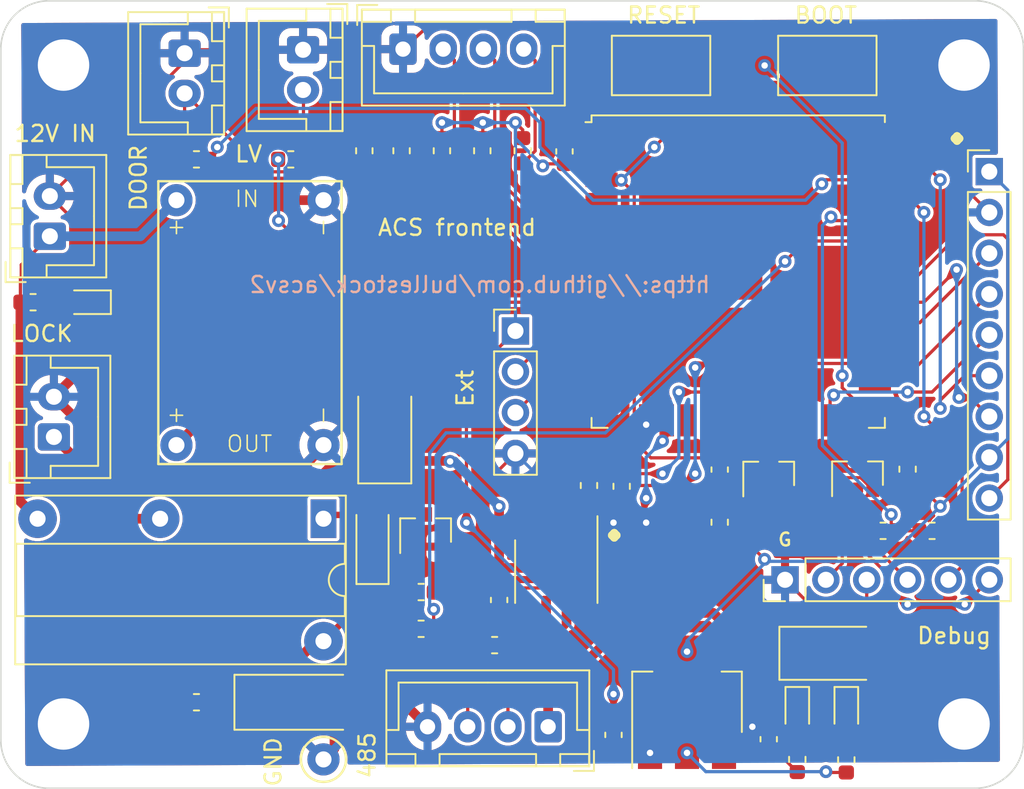
<source format=kicad_pcb>
(kicad_pcb (version 20231212) (generator "pcbnew") (generator_version "7.99")
  (title_block (comment 4 "AISLER Project ID: VGQPMGNT"))
  (layers (0 "F.Cu" signal) (31 "B.Cu" signal) (34 "B.Paste" user) (35 "F.Paste" user) (36 "B.SilkS" user "B.Silkscreen") (37 "F.SilkS" user "F.Silkscreen") (38 "B.Mask" user) (39 "F.Mask" user) (44 "Edge.Cuts" user))
  (net 0 "")
  (net 1 "+5V")
  (net 2 "GND")
  (net 3 "BOOT")
  (net 4 "+3V3")
  (net 5 "RESET")
  (net 6 "Net-(D1-A)")
  (net 7 "Ext2")
  (net 8 "Ext1")
  (net 9 "Net-(J4-Pin_4)")
  (net 10 "Display_CS")
  (net 11 "Display_Reset")
  (net 12 "Net-(D2-K)")
  (net 13 "Net-(D2-A)")
  (net 14 "Display_SCK")
  (net 15 "Display_SDO")
  (net 16 "RTS")
  (net 17 "Net-(D3-A)")
  (net 18 "DTR")
  (net 19 "Net-(J5-Pin_2)")
  (net 20 "Net-(D4-A)")
  (net 21 "Net-(J5-Pin_3)")
  (net 22 "RX485")
  (net 23 "Relay")
  (net 26 "B3")
  (net 27 "B2")
  (net 28 "B1")
  (net 29 "B4")
  (net 33 "RTS485")
  (net 40 "TX485")
  (net 43 "Net-(D5-A)")
  (net 44 "Net-(U3-RO)")
  (net 45 "Net-(J7-Pin_2)")
  (net 46 "Net-(D6-A)")
  (net 47 "Net-(J2-Pin_1)")
  (net 48 "Display_A0{slash}DC")
  (net 49 "Display_SDA{slash}SDI")
  (net 50 "MCU_TX0")
  (net 51 "+12V")
  (net 52 "Net-(J9-Pin_2)")
  (net 53 "Net-(Q3-G)")
  (net 54 "MCU_RX0")
  (net 55 "Door")
  (footprint "RF_Module:ESP32-WROOM-32U" (layer "F.Cu") (at 83.956 77.851)
    (property "Reference" "U1" (hide yes))
    (property "Value" "ESP32-WROOM-32" (hide yes))
  )
  (footprint "Diode_SMD:D_MiniMELF" (layer "F.Cu") (at 61.214 94.742 90)
    (property "Reference" "D2" (hide yes))
    (property "Value" "1N4148" (hide yes))
  )
  (footprint "LED_SMD:LED_0603_1608Metric" (layer "F.Cu") (at 87.63 105.1815 -90)
    (property "Reference" "D5" (hide yes))
    (property "Value" "LED" (hide yes))
  )
  (footprint "Capacitor_Tantalum_SMD:CP_EIA-6032-28_Kemet-C" (layer "F.Cu") (at 56.388 104.648)
    (property "Reference" "C6" (hide yes))
    (property "Value" "220u" (hide yes))
  )
  (footprint "Diode_SMD:D_SMA" (layer "F.Cu") (at 61.976 87.63 90)
    (property "Reference" "D3" (hide yes))
    (property "Value" "MBRA210LT3 " (hide yes))
  )
  (footprint "Package_TO_SOT_SMD:SOT-23" (layer "F.Cu") (at 91.374 90.424 90)
    (property "Reference" "Q1" (hide yes))
    (property "Value" "MMBT3904" (hide yes))
  )
  (footprint "Resistor_SMD:R_0603_1608Metric" (layer "F.Cu") (at 56.134 70.866 180)
    (property "Reference" "R10" (hide yes))
    (property "Value" "10k" (hide yes))
  )
  (footprint "Resistor_SMD:R_0603_1608Metric" (layer "F.Cu") (at 40.1065 79.756)
    (property "Reference" "R16" (hide yes))
    (property "Value" "10k" (hide yes))
  )
  (footprint "Connector_PinHeader_2.54mm:PinHeader_1x09_P2.54mm_Vertical" (layer "F.Cu") (at 99.568 71.628)
    (property "Reference" "J3" (hide yes))
    (property "Value" "Display4020" (hide yes))
  )
  (footprint "Package_TO_SOT_SMD:SOT-223-3_TabPin2" (layer "F.Cu") (at 80.772 104.648 90)
    (property "Reference" "U2" (hide yes))
    (property "Value" "AP1117-33" (hide yes))
  )
  (footprint "Capacitor_SMD:C_0603_1608Metric" (layer "F.Cu") (at 82.804 90.17 -90)
    (property "Reference" "C2" (hide yes))
    (property "Value" "100n" (hide yes))
  )
  (footprint "Resistor_SMD:R_0603_1608Metric" (layer "F.Cu") (at 74.676 91.1605 90)
    (property "Reference" "R4" (hide yes))
    (property "Value" "1k2" (hide yes))
  )
  (footprint "Resistor_SMD:R_0603_1608Metric" (layer "F.Cu") (at 94.488 90.1445 -90)
    (property "Reference" "R12" (hide yes))
    (property "Value" "10k" (hide yes))
  )
  (footprint "Capacitor_SMD:C_0603_1608Metric" (layer "F.Cu") (at 76.2 106.68 -90)
    (property "Reference" "C5" (hide yes))
    (property "Value" "10u" (hide yes))
  )
  (footprint "TestPoint:TestPoint_Keystone_5000-5004_Miniature" (layer "F.Cu") (at 58.166 108.204)
    (property "Reference" "TP1" (hide yes))
    (property "Value" "TestPoint" (hide yes))
  )
  (footprint "Resistor_SMD:R_0603_1608Metric" (layer "F.Cu") (at 68.042 70.3325 -90)
    (property "Reference" "R7" (hide yes))
    (property "Value" "1k" (hide yes))
  )
  (footprint "LED_SMD:LED_0603_1608Metric" (layer "F.Cu") (at 43.4595 79.756 180)
    (property "Reference" "D4" (hide yes))
    (property "Value" "LED" (hide yes))
  )
  (footprint "Button_Switch_SMD:SW_SPST_CK_RS282G05A3" (layer "F.Cu") (at 89.498 65.024 180)
    (property "Reference" "SW2" (hide yes))
    (property "Value" "SW_SPST" (hide yes))
  )
  (footprint "Capacitor_SMD:C_0603_1608Metric" (layer "F.Cu") (at 73.152 70.371 90)
    (property "Reference" "C1" (hide yes))
    (property "Value" "100n" (hide yes))
  )
  (footprint "Resistor_SMD:R_0603_1608Metric" (layer "F.Cu") (at 92.964 93.98)
    (property "Reference" "R1" (hide yes))
    (property "Value" "1k2" (hide yes))
  )
  (footprint "Package_SO:SOIC-8_3.9x4.9mm_P1.27mm" (layer "F.Cu") (at 72.644 96.52 -90)
    (property "Reference" "U3" (hide yes))
    (property "Value" "MAX485E" (hide yes))
  )
  (footprint "Resistor_SMD:R_0603_1608Metric" (layer "F.Cu") (at 87.63 108.204 90)
    (property "Reference" "R17" (hide yes))
    (property "Value" "2k7" (hide yes))
  )
  (footprint "LED_SMD:LED_0603_1608Metric" (layer "F.Cu") (at 90.678 105.1815 -90)
    (property "Reference" "D6" (hide yes))
    (property "Value" "LED" (hide yes))
  )
  (footprint "Resistor_SMD:R_0603_1608Metric" (layer "F.Cu") (at 70.552 70.3325 -90)
    (property "Reference" "R6" (hide yes))
    (property "Value" "1k" (hide yes))
  )
  (footprint "Resistor_SMD:R_0603_1608Metric" (layer "F.Cu") (at 63.022 70.3325 -90)
    (property "Reference" "R9" (hide yes))
    (property "Value" "1k" (hide yes))
  )
  (footprint "Connector_JST:JST_XH_B2B-XH-A_1x02_P2.50mm_Vertical" (layer "F.Cu") (at 41.148 75.652 90)
    (property "Reference" "J8" (hide yes))
    (property "Value" "Conn_01x02" (hide yes))
  )
  (footprint "Resistor_SMD:R_0603_1608Metric" (layer "F.Cu") (at 60.706 70.3325 -90)
    (property "Reference" "R19" (hide yes))
    (property "Value" "1k" (hide yes))
  )
  (footprint "hal9k:DSN-MINI-360" (layer "F.Cu") (at 53.594 81.026 -90)
    (property "Reference" "U4" (hide yes))
    (property "Value" "DSN-MINI-360" (hide yes))
  )
  (footprint "Diode_SMD:D_SMA" (layer "F.Cu") (at 89.916 101.6)
    (property "Reference" "D1" (hide yes))
    (property "Value" "MBRA210LT3 " (hide yes))
  )
  (footprint "Resistor_SMD:R_0603_1608Metric" (layer "F.Cu") (at 50.2665 104.648 180)
    (property "Reference" "R15" (hide yes))
    (property "Value" "4R7" (hide yes))
  )
  (footprint "Connector_PinHeader_2.54mm:PinHeader_1x06_P2.54mm_Vertical" (layer "F.Cu") (at 86.868 97.028 90)
    (property "Reference" "J4" (hide yes))
    (property "Value" "Debug" (hide yes))
  )
  (footprint "Resistor_SMD:R_0603_1608Metric" (layer "F.Cu") (at 64.2365 97.79)
    (property "Reference" "R13" (hide yes))
    (property "Value" "10K" (hide yes))
  )
  (footprint "Capacitor_SMD:C_0603_1608Metric" (layer "F.Cu") (at 69.088 98.285 -90)
    (property "Reference" "C3" (hide yes))
    (property "Value" "100n" (hide yes))
  )
  (footprint "MountingHole:MountingHole_3.2mm_M3" (layer "F.Cu") (at 42 65)
    (property "Reference" "H1" (hide yes))
    (property "Value" "MountingHole" (hide yes))
  )
  (footprint "Connector_JST:JST_XH_B2B-XH-A_1x02_P2.50mm_Vertical" (layer "F.Cu") (at 49.53 64.262 -90)
    (property "Reference" "J9" (hide yes))
    (property "Value" "Conn_01x02" (hide yes))
  )
  (footprint "Capacitor_SMD:C_0603_1608Metric" (layer "F.Cu") (at 85.852 106.947 90)
    (property "Reference" "C4" (hide yes))
    (property "Value" "1u" (hide yes))
  )
  (footprint "Connector_JST:JST_XH_B4B-XH-A_1x04_P2.50mm_Vertical" (layer "F.Cu") (at 63.112 64.008)
    (property "Reference" "J6" (hide yes))
    (property "Value" "Conn_01x04" (hide yes))
  )
  (footprint "Connector_JST:JST_XH_B2B-XH-A_1x02_P2.50mm_Vertical" (layer "F.Cu") (at 56.896 64.048 -90)
    (property "Reference" "J7" (hide yes))
    (property "Value" "Conn_01x02" (hide yes))
  )
  (footprint "Package_TO_SOT_SMD:SOT-23" (layer "F.Cu") (at 85.852 90.44 90)
    (property "Reference" "Q2" (hide yes))
    (property "Value" "MMBT3904" (hide yes))
  )
  (footprint "MountingHole:MountingHole_3.2mm_M3" (layer "F.Cu") (at 98 65)
    (property "Reference" "H3" (hide yes))
    (property "Value" "MountingHole" (hide yes))
  )
  (footprint "hal9k:DIL-relay" (layer "F.Cu") (at 58.166 93.228 -90)
    (property "Reference" "K1" (hide yes))
    (property "Value" "G6B-1114C-US5DC" (hide yes))
  )
  (footprint "Resistor_SMD:R_0603_1608Metric" (layer "F.Cu") (at 64.2365 100.076)
    (property "Reference" "R14" (hide yes))
    (property "Value" "1K" (hide yes))
  )
  (footprint "Resistor_SMD:R_0603_1608Metric" (layer "F.Cu") (at 50.2665 70.866)
    (property "Reference" "R20" (hide yes))
    (property "Value" "10k" (hide yes))
  )
  (footprint "Package_TO_SOT_SMD:SOT-23" (layer "F.Cu") (at 64.516 93.964 90)
    (property "Reference" "Q3" (hide yes))
    (property "Value" "BSS138" (hide yes))
  )
  (footprint "Resistor_SMD:R_0603_1608Metric" (layer "F.Cu") (at 68.8085 101.092 180)
    (property "Reference" "R3" (hide yes))
    (property "Value" "120" (hide yes))
  )
  (footprint "Connector_JST:JST_XH_B2B-XH-A_1x02_P2.50mm_Vertical" (layer "F.Cu") (at 41.402 88.138 90)
    (property "Reference" "J2" (hide yes))
    (property "Value" "CONN_01X02" (hide yes))
  )
  (footprint "Resistor_SMD:R_0603_1608Metric" (layer "F.Cu") (at 76.708 91.2115 -90)
    (property "Reference" "R5" (hide yes))
    (property "Value" "2k2" (hide yes))
  )
  (footprint "Resistor_SMD:R_0603_1608Metric" (layer "F.Cu") (at 90.678 108.2295 90)
    (property "Reference" "R18" (hide yes))
    (property "Value" "1k2" (hide yes))
  )
  (footprint "Connector_JST:JST_XH_B4B-XH-A_1x04_P2.50mm_Vertical" (layer "F.Cu") (at 72.136 106.172 180)
    (property "Reference" "J5" (hide yes))
    (property "Value" "RS485" (hide yes))
  )
  (footprint "Button_Switch_SMD:SW_SPST_CK_RS282G05A3" (layer "F.Cu") (at 79.158 65.024)
    (property "Reference" "SW1" (hide yes))
    (property "Value" "SW_SPST" (hide yes))
  )
  (footprint "MountingHole:MountingHole_3.2mm_M3" (layer "F.Cu") (at 98 106)
    (property "Reference" "H4" (hide yes))
    (property "Value" "MountingHole" (hide yes))
  )
  (footprint "MountingHole:MountingHole_3.2mm_M3" (layer "F.Cu") (at 42 106)
    (property "Reference" "H2" (hide yes))
    (property "Value" "MountingHole" (hide yes))
  )
  (footprint "Resistor_SMD:R_0603_1608Metric" (layer "F.Cu") (at 96.012 93.98)
    (property "Reference" "R2" (hide yes))
    (property "Value" "2k2" (hide yes))
  )
  (footprint "Resistor_SMD:R_0603_1608Metric" (layer "F.Cu") (at 65.532 70.3325 -90)
    (property "Reference" "R8" (hide yes))
    (property "Value" "1k" (hide yes))
  )
  (footprint "Connector_PinHeader_2.54mm:PinHeader_1x04_P2.54mm_Vertical" (layer "F.Cu") (at 70.104 81.544)
    (property "Reference" "J1" (hide yes))
    (property "Value" "Ext" (hide yes))
  )
  (footprint "Resistor_SMD:R_0603_1608Metric" (layer "F.Cu") (at 82.804 93.4465 90)
    (property "Reference" "R11" (hide yes))
    (property "Value" "10k" (hide yes))
  )
  (gr_line (start 101.7 107) (end 101.7 64) (stroke (width 0.1)) (layer "Edge.Cuts"))
  (gr_line (start 98.7 61) (end 41.1 61) (stroke (width 0.1)) (layer "Edge.Cuts"))
  (gr_arc (start 41.1 110) (mid 38.978677 109.121323) (end 38.1 107) (stroke (width 0.1)) (layer "Edge.Cuts"))
  (gr_arc (start 98.7 61) (mid 100.82132 61.87868) (end 101.7 64) (stroke (width 0.1)) (layer "Edge.Cuts"))
  (gr_arc (start 38.1 64) (mid 38.978677 61.878677) (end 41.1 61) (stroke (width 0.1)) (layer "Edge.Cuts"))
  (gr_line (start 38.1 64) (end 38.1 107) (stroke (width 0.1)) (layer "Edge.Cuts"))
  (gr_line (start 41.1 110) (end 98.7 110) (stroke (width 0.1)) (layer "Edge.Cuts"))
  (gr_arc (start 101.7 107) (mid 100.82132 109.12132) (end 98.7 110) (stroke (width 0.1)) (layer "Edge.Cuts"))
  (gr_text "https://github.com/bullestock/acsv2" (at 82.296 79.248 0) (layer "B.SilkS") (effects (font (size 1 1)) (justify left bottom mirror)))
  (gr_text "GND" (at 55.626 109.982 90) (layer "F.SilkS") (effects (font (size 1 1)) (justify left bottom)))
  (gr_text "." (at 75.204 94.795 0) (layer "F.SilkS") (effects (font (size 3 3) (thickness 0.5) (bold yes)) (justify left bottom)))
  (gr_text "485" (at 61.468 109.474 90) (layer "F.SilkS") (effects (font (size 1 1)) (justify left bottom)))
  (gr_text "Ext" (at 67.564 86.36 90) (layer "F.SilkS") (effects (font (size 1 1)) (justify left bottom)))
  (gr_text "." (at 96.52 70.104 0) (layer "F.SilkS") (effects (font (size 3 3) (thickness 0.5) (bold yes)) (justify left bottom)))
  (gr_text "12V IN" (at 38.862 69.85 0) (layer "F.SilkS") (effects (font (size 1 1)) (justify left bottom)))
  (gr_text "Debug" (at 94.996 101.092 0) (layer "F.SilkS") (effects (font (size 1 1)) (justify left bottom)))
  (gr_text "BOOT" (at 87.376 62.484 0) (layer "F.SilkS") (effects (font (size 1 1)) (justify left bottom)))
  (gr_text "LOCK" (at 38.608 82.296 0) (layer "F.SilkS") (effects (font (size 1 1)) (justify left bottom)))
  (gr_text "RESET" (at 76.962 62.484 0) (layer "F.SilkS") (effects (font (size 1 1)) (justify left bottom)))
  (gr_text "DOOR" (at 47.244 74.168 90) (layer "F.SilkS") (effects (font (size 1 1)) (justify left bottom)))
  (gr_text "LV" (at 52.578 71.12 0) (layer "F.SilkS") (effects (font (size 1 1)) (justify left bottom)))
  (gr_text "G" (at 86.36 94.996 0) (layer "F.SilkS") (effects (font (size 0.8 0.8)) (justify left bottom)))
  (gr_text "ACS frontend" (at 61.468 75.692 0) (layer "F.SilkS") (effects (font (size 1 1)) (justify left bottom)))
  (segment (start 83.4898 101.6) (end 83.4644 101.5746) (width 0.2) (layer "F.Cu") (net 1))
  (segment (start 49.479 99.110962) (end 58.443962 90.146) (width 0.6) (layer "F.Cu") (net 1))
  (segment (start 75.5142 96.2914) (end 69.088 96.2914) (width 0.6) (layer "F.Cu") (net 1))
  (segment (start 83.4644 100.1522) (end 82.3976 99.0854) (width 0.6) (layer "F.Cu") (net 1))
  (segment (start 78.6638 99.099739) (end 78.322539 99.099739) (width 0.6) (layer "F.Cu") (net 1))
  (segment (start 83.4644 104.775) (end 83.4644 101.5746) (width 0.6) (layer "F.Cu") (net 1))
  (segment (start 49.479 99.110962) (end 49.479 104.648) (width 0.6) (layer "F.Cu") (net 1))
  (segment (start 69.088 97.536) (end 73.430689 97.536) (width 0.2) (layer "F.Cu") (net 1))
  (segment (start 61.46 90.146) (end 61.976 89.63) (width 0.6) (layer "F.Cu") (net 1))
  (segment (start 58.443962 90.146) (end 61.46 90.146) (width 0.6) (layer "F.Cu") (net 1))
  (segment (start 82.3976 99.0854) (end 80.6196 99.099739) (width 0.6) (layer "F.Cu") (net 1))
  (segment (start 69.088 96.2914) (end 69.088 92.456) (width 0.6) (layer "F.Cu") (net 1))
  (segment (start 74.549 98.654311) (end 74.549 98.995) (width 0.2) (layer "F.Cu") (net 1))
  (segment (start 85.776 107.798) (end 83.072 107.798) (width 0.2) (layer "F.Cu") (net 1))
  (segment (start 80.6196 99.099739) (end 78.6638 99.099739) (width 0.6) (layer "F.Cu") (net 1))
  (segment (start 80.6196 99.099739) (end 79.248 99.1108) (width 0.6) (layer "F.Cu") (net 1))
  (segment (start 86.3605 107.722) (end 87.63 108.9915) (width 0.2) (layer "F.Cu") (net 1))
  (segment (start 85.852 107.722) (end 85.776 107.798) (width 0.2) (layer "F.Cu") (net 1))
  (segment (start 87.916 101.6) (end 83.4898 101.6) (width 0.6) (layer "F.Cu") (net 1))
  (segment (start 83.4644 104.775) (end 83.072 105.1674) (width 0.6) (layer "F.Cu") (net 1))
  (segment (start 61.976 89.63) (end 66.008 89.63) (width 0.6) (layer "F.Cu") (net 1))
  (segment (start 66.008 89.63) (end 66.04 89.662) (width 0.6) (layer "F.Cu") (net 1))
  (segment (start 73.430689 97.536) (end 74.549 98.654311) (width 0.2) (layer "F.Cu") (net 1))
  (segment (start 77.531861 99.099739) (end 72.136 104.4956) (width 0.6) (layer "F.Cu") (net 1))
  (segment (start 85.852 107.722) (end 86.3605 107.722) (width 0.2) (layer "F.Cu") (net 1))
  (segment (start 83.4644 101.5746) (end 83.4644 100.1522) (width 0.6) (layer "F.Cu") (net 1))
  (segment (start 69.088 97.536) (end 69.088 96.2914) (width 0.6) (layer "F.Cu") (net 1))
  (segment (start 72.136 104.4956) (end 72.136 106.172) (width 0.6) (layer "F.Cu") (net 1))
  (segment (start 78.322539 99.099739) (end 75.5142 96.2914) (width 0.6) (layer "F.Cu") (net 1))
  (segment (start 83.072 105.1674) (end 83.072 107.798) (width 0.6) (layer "F.Cu") (net 1))
  (segment (start 78.6638 99.099739) (end 77.531861 99.099739) (width 0.6) (layer "F.Cu") (net 1))
  (via (at 69.088 92.456) (size 0.8) (drill 0.4) (layers "F.Cu" "B.Cu") (net 1))
  (via (at 66.04 89.662) (size 0.8) (drill 0.4) (layers "F.Cu" "B.Cu") (net 1))
  (segment (start 66.294 89.662) (end 69.088 92.456) (width 0.6) (layer "B.Cu") (net 1))
  (segment (start 66.04 89.662) (end 66.294 89.662) (width 0.6) (layer "B.Cu") (net 1))
  (segment (start 71.628 62.484) (end 64.77 62.484) (width 0.2) (layer "F.Cu") (net 2))
  (segment (start 92.456 69.596) (end 90.456 69.596) (width 0.2) (layer "F.Cu") (net 2))
  (segment (start 73.040258 63.754) (end 71.628 62.484) (width 0.2) (layer "F.Cu") (net 2))
  (segment (start 90.456 69.596) (end 82.956 77.096) (width 0.2) (layer "F.Cu") (net 2))
  (segment (start 65.024 97.536) (end 65.466 97.094) (width 0.2) (layer "F.Cu") (net 2))
  (segment (start 80.277 93.472) (end 78.232 93.472) (width 0.2) (layer "F.Cu") (net 2))
  (segment (start 63.072 64.048) (end 63.112 64.008) (width 0.2) (layer "F.Cu") (net 2))
  (segment (start 69.088 99.086) (end 67.538 99.086) (width 0.2) (layer "F.Cu") (net 2))
  (segment (start 89.916 104.394) (end 90.678 104.394) (width 0.2) (layer "F.Cu") (net 2))
  (segment (start 99.568 74.168) (end 94.996 69.596) (width 0.2) (layer "F.Cu") (net 2))
  (segment (start 69.088 99.086) (end 70.648 99.086) (width 0.2) (layer "F.Cu") (net 2))
  (segment (start 76.543 107.798) (end 76.2 107.455) (width 0.2) (layer "F.Cu") (net 2))
  (segment (start 78.472 107.798) (end 76.543 107.798) (width 0.2) (layer "F.Cu") (net 2))
  (segment (start 96.7995 93.98) (end 95.8785 94.901) (width 0.2) (layer "F.Cu") (net 2))
  (segment (start 89.916 100.076) (end 89.916 104.394) (width 0.2) (layer "F.Cu") (net 2))
  (segment (start 68.230522 98.228522) (end 69.088 99.086) (width 0.2) (layer "F.Cu") (net 2))
  (segment (start 68.230522 91.037478) (end 68.230522 98.228522) (width 0.2) (layer "F.Cu") (net 2))
  (segment (start 95.8785 94.901) (end 95.8785 100.7175) (width 0.2) (layer "F.Cu") (net 2))
  (segment (start 67.818 97.79) (end 69.088 99.06) (width 0.2) (layer "F.Cu") (net 2))
  (segment (start 86.868 97.028) (end 89.916 100.076) (width 0.2) (layer "F.Cu") (net 2))
  (segment (start 76.708 92.964) (end 76.2 93.472) (width 0.2) (layer "F.Cu") (net 2))
  (segment (start 80.29 93.472) (end 78.232 93.472) (width 0.2) (layer "F.Cu") (net 2))
  (segment (start 78.241 87.367) (end 78.232 87.376) (width 0.2) (layer "F.Cu") (net 2))
  (segment (start 85.852 106.172) (end 84.836 106.172) (width 0.2) (layer "F.Cu") (net 2))
  (segment (start 44.247 82.793) (end 41.402 85.638) (width 0.2) (layer "F.Cu") (net 2))
  (segment (start 76.656 69.596) (end 82.956 75.896) (width 0.2) (layer "F.Cu") (net 2))
  (segment (start 63.112 64.008) (end 62.738 64.008) (width 0.2) (layer "F.Cu") (net 2))
  (segment (start 75.258 65.024) (end 73.06455 65.024) (width 0.2) (layer "F.Cu") (net 2))
  (segment (start 58.8505 107.5195) (end 58.166 108.204) (width 0.6) (layer "F.Cu") (net 2))
  (segment (start 83.846 97.028) (end 86.868 97.028) (width 0.2) (layer "F.Cu") (net 2))
  (segment (start 85.852 106.172) (end 87.63 104.394) (width 0.2) (layer "F.Cu") (net 2))
  (segment (start 73.152 69.596) (end 75.456 69.596) (width 0.2) (layer "F.Cu") (net 2))
  (segment (start 70.648 99.086) (end 70.739 98.995) (width 0.2) (layer "F.Cu") (net 2))
  (segment (start 99.583 74.183) (end 99.568 74.168) (width 0.2) (layer "F.Cu") (net 2))
  (segment (start 49.744 64.048) (end 49.53 64.262) (width 0.2) (layer "F.Cu") (net 2))
  (segment (start 76.708 91.999) (end 76.708 92.964) (width 0.2) (layer "F.Cu") (net 2))
  (segment (start 95.8785 100.7175) (end 92.202 104.394) (width 0.2) (layer "F.Cu") (net 2))
  (segment (start 78.241 87.106) (end 78.241 87.367) (width 0.2) (layer "F.Cu") (net 2))
  (segment (start 82.804 90.945) (end 80.277 93.472) (width 0.2) (layer "F.Cu") (net 2))
  (segment (start 49.53 64.77) (end 41.148 73.152) (width 0.2) (layer "F.Cu") (net 2))
  (segment (start 58.166 88.646) (end 56.388 90.678) (width 0.6) (layer "F.Cu") (net 2))
  (segment (start 67.538 99.086) (end 64.636 101.988) (width 0.2) (layer "F.Cu") (net 2))
  (segment (start 80.29 93.472) (end 83.846 97.028) (width 0.2) (layer "F.Cu") (net 2))
  (segment (start 44.247 79.756) (end 44.247 82.793) (width 0.2) (layer "F.Cu") (net 2))
  (segment (start 92.202 104.394) (end 90.678 104.394) (width 0.2) (layer "F.Cu") (net 2))
  (segment (start 46.482 90.678) (end 45.672 89.908) (width 0.6) (layer "F.Cu") (net 2))
  (segment (start 70.104 89.164) (end 68.230522 91.037478) (width 0.2) (layer "F.Cu") (net 2))
  (segment (start 65.466 97.094) (end 65.466 94.964) (width 0.2) (layer "F.Cu") (net 2))
  (segment (start 45.672 89.908) (end 41.402 85.638) (width 0.6) (layer "F.Cu") (net 2))
  (segment (start 58.166 73.406) (end 53.634 73.406) (width 0.6) (layer "F.Cu") (net 2))
  (segment (start 78.241 81.811) (end 82.956 77.096) (width 0.2) (layer "F.Cu") (net 2))
  (segment (start 94.996 69.596) (end 92.456 69.596) (width 0.2) (layer "F.Cu") (net 2))
  (segment (start 58.8505 104.648) (end 63.112 104.648) (width 0.6) (layer "F.Cu") (net 2))
  (segment (start 56.388 90.678) (end 46.482 90.678) (width 0.6) (layer "F.Cu") (net 2))
  (segment (start 87.63 104.394) (end 89.916 104.394) (width 0.2) (layer "F.Cu") (net 2))
  (segment (start 64.77 62.484) (end 63.112 64.008) (width 0.2) (layer "F.Cu") (net 2))
  (segment (start 58.8505 104.648) (end 58.8505 107.5195) (width 0.6) (layer "F.Cu") (net 2))
  (segment (start 44.247 76.251) (end 41.148 73.152) (width 0.2) (layer "F.Cu") (net 2))
  (segment (start 65.024 97.79) (end 67.818 97.79) (width 0.2) (layer "F.Cu") (net 2))
  (segment (start 56.896 64.048) (end 63.072 64.048) (width 0.2) (layer "F.Cu") (net 2))
  (segment (start 44.247 79.756) (end 44.247 76.251) (width 0.2) (layer "F.Cu") (net 2))
  (segment (start 73.06455 65.024) (end 73.040258 63.754) (width 0.2) (layer "F.Cu") (net 2))
  (segment (start 93.398 65.024) (end 93.398 68.654) (width 0.2) (layer "F.Cu") (net 2))
  (segment (start 75.456 69.596) (end 76.656 69.596) (width 0.2) (layer "F.Cu") (net 2))
  (segment (start 93.398 65.024) (end 94.234 65.024) (width 0.2) (layer "F.Cu") (net 2))
  (segment (start 93.398 68.654) (end 92.456 69.596) (width 0.2) (layer "F.Cu") (net 2))
  (segment (start 73.152 69.596) (end 73.06455 65.024) (width 0.2) (layer "F.Cu") (net 2))
  (segment (start 63.112 104.648) (end 64.636 106.172) (width 0.6) (layer "F.Cu") (net 2))
  (segment (start 64.636 101.988) (end 64.636 106.172) (width 0.2) (layer "F.Cu") (net 2))
  (segment (start 82.956 75.896) (end 82.956 77.096) (width 0.2) (layer "F.Cu") (net 2))
  (segment (start 56.896 64.048) (end 49.744 64.048) (width 0.2) (layer "F.Cu") (net 2))
  (segment (start 65.024 97.79) (end 65.024 97.536) (width 0.2) (layer "F.Cu") (net 2))
  (segment (start 78.241 87.106) (end 78.241 81.811) (width 0.2) (layer "F.Cu") (net 2))
  (segment (start 53.634 73.406) (end 41.402 85.638) (width 0.6) (layer "F.Cu") (net 2))
  (segment (start 49.53 64.262) (end 49.53 64.77) (width 0.2) (layer "F.Cu") (net 2))
  (via (at 78.232 87.376) (size 0.8) (drill 0.4) (layers "F.Cu" "B.Cu") (net 2))
  (via (at 84.836 106.172) (size 0.8) (drill 0.4) (layers "F.Cu" "B.Cu") (net 2))
  (via (at 78.232 93.472) (size 0.8) (drill 0.4) (layers "F.Cu" "B.Cu") (net 2))
  (via (at 76.2 93.472) (size 0.8) (drill 0.4) (layers "F.Cu" "B.Cu") (net 2))
  (via (at 78.472 107.798) (size 0.8) (drill 0.4) (layers "F.Cu" "B.Cu") (net 2))
  (segment (start 80.098 106.172) (end 78.472 107.798) (width 0.2) (layer "B.Cu") (net 2))
  (segment (start 78.232 93.472) (end 76.2 93.472) (width 0.2) (layer "B.Cu") (net 2))
  (segment (start 76.2 89.408) (end 76.2 93.472) (width 0.2) (layer "B.Cu") (net 2))
  (segment (start 84.836 106.172) (end 80.098 106.172) (width 0.2) (layer "B.Cu") (net 2))
  (segment (start 78.232 87.376) (end 76.2 89.408) (width 0.2) (layer "B.Cu") (net 2))
  (segment (start 74.412 93.472) (end 70.104 89.164) (width 0.2) (layer "B.Cu") (net 2))
  (segment (start 76.2 93.472) (end 74.412 93.472) (width 0.2) (layer "B.Cu") (net 2))
  (segment (start 92.456 86.106) (end 91.456 86.106) (width 0.2) (layer "F.Cu") (net 3))
  (segment (start 94.488 89.357) (end 93.471 89.357) (width 0.2) (layer "F.Cu") (net 3))
  (segment (start 91.456 86.106) (end 90.424 85.074) (width 0.2) (layer "F.Cu") (net 3))
  (segment (start 92.456 88.342) (end 91.374 89.424) (width 0.2) (layer "F.Cu") (net 3))
  (segment (start 90.424 85.074) (end 90.424 84.328) (width 0.2) (layer "F.Cu") (net 3))
  (segment (start 93.471 89.357) (end 92.456 88.342) (width 0.2) (layer "F.Cu") (net 3))
  (segment (start 92.456 86.106) (end 92.456 88.342) (width 0.2) (layer "F.Cu") (net 3))
  (via (at 90.424 84.328) (size 0.8) (drill 0.4) (layers "F.Cu" "B.Cu") (net 3))
  (via (at 85.598 65.024) (size 0.8) (drill 0.4) (layers "F.Cu" "B.Cu") (net 3))
  (segment (start 90.424 84.328) (end 90.424 69.85) (width 0.2) (layer "B.Cu") (net 3))
  (segment (start 90.424 69.85) (end 85.598 65.024) (width 0.2) (layer "B.Cu") (net 3))
  (segment (start 89.459 109.017) (end 89.408 108.966) (width 0.2) (layer "F.Cu") (net 4))
  (segment (start 73.152 71.146) (end 71.927564 71.146) (width 0.2) (layer "F.Cu") (net 4))
  (segment (start 84.074 94.234) (end 85.594089 95.754089) (width 0.2) (layer "F.Cu") (net 4))
  (segment (start 70.552 69.545) (end 70.552 69.028) (width 0.2) (layer "F.Cu") (net 4))
  (segment (start 68.072 69.515) (end 68.042 69.545) (width 0.2) (layer "F.Cu") (net 4))
  (segment (start 76.2 104.14) (end 76.2 105.905) (width 0.2) (layer "F.Cu") (net 4))
  (segment (start 70.104 81.544) (end 67.056 84.592) (width 0.2) (layer "F.Cu") (net 4))
  (segment (start 65.532 69.545) (end 65.532 68.58) (width 0.2) (layer "F.Cu") (net 4))
  (segment (start 78.879 105.905) (end 80.772 107.798) (width 0.2) (layer "F.Cu") (net 4))
  (segment (start 82.804 94.234) (end 84.074 94.234) (width 0.2) (layer "F.Cu") (net 4))
  (segment (start 63.022 69.545) (end 65.532 69.545) (width 0.2) (layer "F.Cu") (net 4))
  (segment (start 60.706 69.545) (end 63.022 69.545) (width 0.2) (layer "F.Cu") (net 4))
  (segment (start 99.583 71.643) (end 99.568 71.628) (width 0.2) (layer "F.Cu") (net 4))
  (segment (start 80.772 107.798) (end 80.772 101.498) (width 0.6) (layer "F.Cu") (net 4))
  (segment (start 73.432 70.866) (end 75.456 70.866) (width 0.2) (layer "F.Cu") (net 4))
  (segment (start 70.552 69.028) (end 70.104 68.58) (width 0.2) (layer "F.Cu") (net 4))
  (segment (start 76.2 105.905) (end 78.879 105.905) (width 0.2) (layer "F.Cu") (net 4))
  (segment (start 71.927564 71.146) (end 71.803807 71.269757) (width 0.2) (layer "F.Cu") (net 4))
  (segment (start 67.056 84.592) (end 67.056 93.472) (width 0.2) (layer "F.Cu") (net 4))
  (segment (start 68.072 68.58) (end 68.072 69.515) (width 0.2) (layer "F.Cu") (net 4))
  (segment (start 73.152 71.146) (end 73.432 70.866) (width 0.2) (layer "F.Cu") (net 4))
  (segment (start 73.152 71.146) (end 73.152 71.130142) (width 0.2) (layer "F.Cu") (net 4))
  (segment (start 94.996 90.932) (end 96.52 92.456) (width 0.2) (layer "F.Cu") (net 4))
  (segment (start 90.678 109.017) (end 89.459 109.017) (width 0.2) (layer "F.Cu") (net 4))
  (segment (start 94.488 90.932) (end 94.996 90.932) (width 0.2) (layer "F.Cu") (net 4))
  (via (at 80.772 101.498) (size 0.8) (drill 0.4) (layers "F.Cu" "B.Cu") (net 4))
  (via (at 76.2 104.14) (size 0.8) (drill 0.4) (layers "F.Cu" "B.Cu") (net 4))
  (via (at 71.803807 71.269757) (size 0.8) (drill 0.4) (layers "F.Cu" "B.Cu") (net 4))
  (via (at 70.104 68.58) (size 0.8) (drill 0.4) (layers "F.Cu" "B.Cu") (net 4))
  (via (at 89.408 108.966) (size 0.8) (drill 0.4) (layers "F.Cu" "B.Cu") (net 4))
  (via (at 85.594089 95.754089) (size 0.8) (drill 0.4) (layers "F.Cu" "B.Cu") (net 4))
  (via (at 65.532 68.58) (size 0.8) (drill 0.4) (layers "F.Cu" "B.Cu") (net 4))
  (via (at 67.056 93.472) (size 0.8) (drill 0.4) (layers "F.Cu" "B.Cu") (net 4))
  (via (at 68.072 68.58) (size 0.8) (drill 0.4) (layers "F.Cu" "B.Cu") (net 4))
  (via (at 96.52 92.456) (size 0.8) (drill 0.4) (layers "F.Cu" "B.Cu") (net 4))
  (via (at 80.772 107.798) (size 0.8) (drill 0.4) (layers "F.Cu" "B.Cu") (net 4))
  (segment (start 67.056 93.472) (end 76.2 102.616) (width 0.2) (layer "B.Cu") (net 4))
  (segment (start 85.7185 95.8785) (end 80.772 100.825) (width 0.2) (layer "B.Cu") (net 4))
  (segment (start 89.408 108.966) (end 81.94 108.966) (width 0.2) (layer "B.Cu") (net 4))
  (segment (start 65.532 68.58) (end 68.072 68.58) (width 0.2) (layer "B.Cu") (net 4))
  (segment (start 96.52 92.456) (end 93.0975 95.8785) (width 0.2) (layer "B.Cu") (net 4))
  (segment (start 99.568 71.628) (end 100.7175 72.7775) (width 0.2) (layer "B.Cu") (net 4))
  (segment (start 70.104 68.58) (end 68.072 68.58) (width 0.2) (layer "B.Cu") (net 4))
  (segment (start 93.0975 95.8785) (end 85.7185 95.8785) (width 0.2) (layer "B.Cu") (net 4))
  (segment (start 76.2 102.616) (end 76.2 104.14) (width 0.2) (layer "B.Cu") (net 4))
  (segment (start 70.104 81.544) (end 70.104 68.58) (width 0.2) (layer "B.Cu") (net 4))
  (segment (start 100.7175 88.2585) (end 99.568 89.408) (width 0.2) (layer "B.Cu") (net 4))
  (segment (start 80.772 100.825) (end 80.772 101.498) (width 0.2) (layer "B.Cu") (net 4))
  (segment (start 99.568 89.408) (end 96.52 92.456) (width 0.2) (layer "B.Cu") (net 4))
  (segment (start 81.94 108.966) (end 80.772 107.798) (width 0.2) (layer "B.Cu") (net 4))
  (segment (start 100.7175 72.7775) (end 100.7175 88.2585) (width 0.2) (layer "B.Cu") (net 4))
  (segment (start 70.104 68.58) (end 70.104 69.56995) (width 0.2) (layer "B.Cu") (net 4))
  (segment (start 70.104 69.56995) (end 71.803807 71.269757) (width 0.2) (layer "B.Cu") (net 4))
  (segment (start 76.656 72.136) (end 77.4915 72.9715) (width 0.2) (layer "F.Cu") (net 5))
  (segment (start 83.058 65.786) (end 78.74 70.104) (width 0.2) (layer "F.Cu") (net 5))
  (segment (start 83.058 65.024) (end 83.058 65.786) (width 0.2) (layer "F.Cu") (net 5))
  (segment (start 83.579 91.884) (end 83.579 90.17) (width 0.2) (layer "F.Cu") (net 5))
  (segment (start 83.579 90.17) (end 82.804 89.395) (width 0.2) (layer "F.Cu") (net 5))
  (segment (start 75.456 72.136) (end 76.656 72.136) (width 0.2) (layer "F.Cu") (net 5))
  (segment (start 77.4915 72.9715) (end 77.4915 88.4055) (width 0.2) (layer "F.Cu") (net 5))
  (segment (start 77.4915 88.4055) (end 78.526 89.44) (width 0.2) (layer "F.Cu") (net 5))
  (segment (start 82.804 92.659) (end 83.579 91.884) (width 0.2) (layer "F.Cu") (net 5))
  (segment (start 78.526 89.44) (end 85.852 89.44) (width 0.2) (layer "F.Cu") (net 5))
  (via (at 78.74 70.104) (size 0.8) (drill 0.4) (layers "F.Cu" "B.Cu") (net 5))
  (via (at 76.682 72.162) (size 0.8) (drill 0.4) (layers "F.Cu" "B.Cu") (net 5))
  (segment (start 78.74 70.104) (end 76.682 72.162) (width 0.2) (layer "B.Cu") (net 5))
  (segment (start 91.948 101.568) (end 91.916 101.6) (width 0.2) (layer "F.Cu") (net 6))
  (segment (start 91.948 97.028) (end 91.948 101.568) (width 0.2) (layer "F.Cu") (net 6))
  (segment (start 75.456 82.296) (end 71.892 82.296) (width 0.2) (layer "F.Cu") (net 7))
  (segment (start 71.892 82.296) (end 70.104 84.084) (width 0.2) (layer "F.Cu") (net 7))
  (segment (start 73.162 83.566) (end 70.104 86.624) (width 0.2) (layer "F.Cu") (net 8))
  (segment (start 75.456 83.566) (end 73.162 83.566) (width 0.2) (layer "F.Cu") (net 8))
  (segment (start 92.1765 94.7165) (end 94.488 97.028) (width 0.2) (layer "F.Cu") (net 9))
  (segment (start 92.1765 93.98) (end 92.1765 94.7165) (width 0.2) (layer "F.Cu") (net 9))
  (segment (start 99.568 76.708) (end 95.25 81.026) (width 0.2) (layer "F.Cu") (net 10))
  (segment (start 95.25 81.026) (end 92.456 81.026) (width 0.2) (layer "F.Cu") (net 10))
  (segment (start 93.98 84.836) (end 99.568 79.248) (width 0.2) (layer "F.Cu") (net 11))
  (segment (start 92.456 84.836) (end 93.98 84.836) (width 0.2) (layer "F.Cu") (net 11))
  (segment (start 58.166 100.848) (end 57.7255 100.848) (width 0.6) (layer "F.Cu") (net 12))
  (segment (start 51.054 104.648) (end 53.9255 104.648) (width 0.2) (layer "F.Cu") (net 12))
  (segment (start 57.7255 100.848) (end 53.9255 104.648) (width 0.6) (layer "F.Cu") (net 12))
  (segment (start 61.214 96.492) (end 61.214 97.8) (width 0.4) (layer "F.Cu") (net 12))
  (segment (start 61.214 97.8) (end 58.166 100.848) (width 0.4) (layer "F.Cu") (net 12))
  (segment (start 61.242 92.964) (end 61.214 92.992) (width 0.2) (layer "F.Cu") (net 13))
  (segment (start 58.402 92.992) (end 58.166 93.228) (width 0.2) (layer "F.Cu") (net 13))
  (segment (start 61.214 92.992) (end 58.402 92.992) (width 0.4) (layer "F.Cu") (net 13))
  (segment (start 64.516 92.964) (end 61.242 92.964) (width 0.2) (layer "F.Cu") (net 13))
  (segment (start 98.380372 85.680372) (end 97.680872 85.680372) (width 0.2) (layer "F.Cu") (net 14))
  (segment (start 97.536 77.724) (end 95.504 79.756) (width 0.2) (layer "F.Cu") (net 14))
  (segment (start 99.568 86.868) (end 98.380372 85.680372) (width 0.2) (layer "F.Cu") (net 14))
  (segment (start 95.504 79.756) (end 92.456 79.756) (width 0.2) (layer "F.Cu") (net 14))
  (via (at 97.536 77.724) (size 0.8) (drill 0.4) (layers "F.Cu" "B.Cu") (net 14))
  (via (at 97.680872 85.680372) (size 0.8) (drill 0.4) (layers "F.Cu" "B.Cu") (net 14))
  (segment (start 97.536 85.5355) (end 97.680872 85.680372) (width 0.2) (layer "B.Cu") (net 14))
  (segment (start 97.536 77.724) (end 97.536 85.5355) (width 0.2) (layer "B.Cu") (net 14))
  (segment (start 97.6695 75.5585) (end 100.4505 75.5585) (width 0.2) (layer "F.Cu") (net 15))
  (segment (start 100.7175 75.8255) (end 100.7175 90.7985) (width 0.2) (layer "F.Cu") (net 15))
  (segment (start 100.7175 90.7985) (end 99.568 91.948) (width 0.2) (layer "F.Cu") (net 15))
  (segment (start 100.4505 75.5585) (end 100.7175 75.8255) (width 0.2) (layer "F.Cu") (net 15))
  (segment (start 94.742 78.486) (end 97.6695 75.5585) (width 0.2) (layer "F.Cu") (net 15))
  (segment (start 92.456 78.486) (end 94.742 78.486) (width 0.2) (layer "F.Cu") (net 15))
  (segment (start 86.818 91.424) (end 86.802 91.44) (width 0.2) (layer "F.Cu") (net 16))
  (segment (start 90.424 96.012) (end 89.408 97.028) (width 0.2) (layer "F.Cu") (net 16))
  (segment (start 90.424 91.424) (end 86.818 91.424) (width 0.2) (layer "F.Cu") (net 16))
  (segment (start 90.424 91.424) (end 90.424 96.012) (width 0.2) (layer "F.Cu") (net 16))
  (segment (start 52.038 85.63) (end 49.022 88.646) (width 0.6) (layer "F.Cu") (net 17))
  (segment (start 61.976 85.63) (end 52.038 85.63) (width 0.6) (layer "F.Cu") (net 17))
  (segment (start 85.6675 90.6745) (end 91.5745 90.6745) (width 0.2) (layer "F.Cu") (net 18))
  (segment (start 91.4395 92.3085) (end 91.4395 94.893861) (width 0.2) (layer "F.Cu") (net 18))
  (segment (start 84.902 91.44) (end 85.6675 90.6745) (width 0.2) (layer "F.Cu") (net 18))
  (segment (start 94.386361 98.552) (end 94.488 98.552) (width 0.2) (layer "F.Cu") (net 18))
  (segment (start 93.0975 96.551861) (end 93.0975 97.263139) (width 0.2) (layer "F.Cu") (net 18))
  (segment (start 92.324 91.424) (end 91.4395 92.3085) (width 0.2) (layer "F.Cu") (net 18))
  (segment (start 91.4395 94.893861) (end 93.0975 96.551861) (width 0.2) (layer "F.Cu") (net 18))
  (segment (start 91.5745 90.6745) (end 92.324 91.424) (width 0.2) (layer "F.Cu") (net 18))
  (segment (start 93.0975 97.263139) (end 94.386361 98.552) (width 0.2) (layer "F.Cu") (net 18))
  (segment (start 98.044 98.552) (end 99.568 97.028) (width 0.2) (layer "F.Cu") (net 18))
  (via (at 94.488 98.552) (size 0.8) (drill 0.4) (layers "F.Cu" "B.Cu") (net 18))
  (via (at 98.044 98.552) (size 0.8) (drill 0.4) (layers "F.Cu" "B.Cu") (net 18))
  (segment (start 94.488 98.552) (end 98.044 98.552) (width 0.2) (layer "B.Cu") (net 18))
  (segment (start 73.279 99.949) (end 73.279 98.995) (width 0.2) (layer "F.Cu") (net 19))
  (segment (start 69.596 101.092) (end 69.636 101.132) (width 0.2) (layer "F.Cu") (net 19))
  (segment (start 72.136 101.092) (end 73.279 99.949) (width 0.2) (layer "F.Cu") (net 19))
  (segment (start 69.596 101.092) (end 72.136 101.092) (width 0.2) (layer "F.Cu") (net 19))
  (segment (start 69.636 101.132) (end 69.636 106.172) (width 0.2) (layer "F.Cu") (net 19))
  (segment (start 40.894 79.756) (end 42.672 79.756) (width 0.2) (layer "F.Cu") (net 20))
  (segment (start 71.4345 100.2695) (end 72.009 99.695) (width 0.2) (layer "F.Cu") (net 21))
  (segment (start 68.8435 100.2695) (end 71.4345 100.2695) (width 0.2) (layer "F.Cu") (net 21))
  (segment (start 67.136 101.977) (end 67.136 106.172) (width 0.2) (layer "F.Cu") (net 21))
  (segment (start 68.021 101.092) (end 67.136 101.977) (width 0.2) (layer "F.Cu") (net 21))
  (segment (start 68.021 101.092) (end 68.8435 100.2695) (width 0.2) (layer "F.Cu") (net 21))
  (segment (start 72.009 99.695) (end 72.009 98.995) (width 0.2) (layer "F.Cu") (net 21))
  (segment (start 88.401 85.906) (end 87.839 85.344) (width 0.2) (layer "F.Cu") (net 22))
  (segment (start 87.839 85.344) (end 80.264 85.344) (width 0.2) (layer "F.Cu") (net 22))
  (segment (start 76.657 90.373) (end 76.708 90.424) (width 0.2) (layer "F.Cu") (net 22))
  (segment (start 88.401 87.106) (end 88.401 85.906) (width 0.2) (layer "F.Cu") (net 22))
  (segment (start 74.676 90.373) (end 76.657 90.373) (width 0.2) (layer "F.Cu") (net 22))
  (segment (start 79.248 90.424) (end 76.708 90.424) (width 0.2) (layer "F.Cu") (net 22))
  (via (at 80.264 85.344) (size 0.8) (drill 0.4) (layers "F.Cu" "B.Cu") (net 22))
  (via (at 79.248 90.424) (size 0.8) (drill 0.4) (layers "F.Cu" "B.Cu") (net 22))
  (segment (start 80.264 89.408) (end 79.248 90.424) (width 0.2) (layer "B.Cu") (net 22))
  (segment (start 80.264 85.344) (end 80.264 89.408) (width 0.2) (layer "B.Cu") (net 22))
  (segment (start 65.018021 100.070021) (end 65.024 100.076) (width 0.2) (layer "F.Cu") (net 23))
  (segment (start 92.456 75.946) (end 88.138 75.946) (width 0.2) (layer "F.Cu") (net 23))
  (segment (start 88.138 75.946) (end 86.868 77.216) (width 0.2) (layer "F.Cu") (net 23))
  (segment (start 65.018021 98.8645) (end 65.018021 100.070021) (width 0.2) (layer "F.Cu") (net 23))
  (via (at 65.018021 98.8645) (size 0.8) (drill 0.4) (layers "F.Cu" "B.Cu") (net 23))
  (via (at 86.868 77.216) (size 0.8) (drill 0.4) (layers "F.Cu" "B.Cu") (net 23))
  (segment (start 64.77 98.616479) (end 65.018021 98.8645) (width 0.2) (layer "B.Cu") (net 23))
  (segment (start 75.692 87.884) (end 65.786 87.884) (width 0.2) (layer "B.Cu") (net 23))
  (segment (start 86.868 77.216) (end 75.692 87.884) (width 0.2) (layer "B.Cu") (net 23))
  (segment (start 65.786 87.884) (end 64.77 89.154) (width 0.2) (layer "B.Cu") (net 23))
  (segment (start 64.77 89.154) (end 64.77 98.616479) (width 0.2) (layer "B.Cu") (net 23))
  (segment (start 72.898 78.486) (end 65.532 71.12) (width 0.2) (layer "F.Cu") (net 26))
  (segment (start 66.3065 70.3455) (end 65.532 71.12) (width 0.2) (layer "F.Cu") (net 26))
  (segment (start 65.612 64.008) (end 66.3065 64.7025) (width 0.2) (layer "F.Cu") (net 26))
  (segment (start 66.3065 64.7025) (end 66.3065 70.3455) (width 0.2) (layer "F.Cu") (net 26))
  (segment (start 75.456 78.486) (end 72.898 78.486) (width 0.2) (layer "F.Cu") (net 26))
  (segment (start 74.138 77.216) (end 68.042 71.12) (width 0.2) (layer "F.Cu") (net 27))
  (segment (start 68.8165 64.7125) (end 68.8165 70.3455) (width 0.2) (layer "F.Cu") (net 27))
  (segment (start 68.8165 70.3455) (end 68.042 71.12) (width 0.2) (layer "F.Cu") (net 27))
  (segment (start 75.456 77.216) (end 74.138 77.216) (width 0.2) (layer "F.Cu") (net 27))
  (segment (start 68.112 64.008) (end 68.8165 64.7125) (width 0.2) (layer "F.Cu") (net 27))
  (segment (start 71.3265 70.3455) (end 70.552 71.12) (width 0.2) (layer "F.Cu") (net 28))
  (segment (start 71.3265 64.7225) (end 71.3265 70.3455) (width 0.2) (layer "F.Cu") (net 28))
  (segment (start 70.612 64.008) (end 71.3265 64.7225) (width 0.2) (layer "F.Cu") (net 28))
  (segment (start 70.552 71.12) (end 70.552 72.242) (width 0.2) (layer "F.Cu") (net 28))
  (segment (start 70.552 72.242) (end 74.256 75.946) (width 0.2) (layer "F.Cu") (net 28))
  (segment (start 74.256 75.946) (end 75.456 75.946) (width 0.2) (layer "F.Cu") (net 28))
  (segment (start 60.452 79.756) (end 55.372 74.676) (width 0.2) (layer "F.Cu") (net 29))
  (segment (start 75.456 79.756) (end 60.452 79.756) (width 0.2) (layer "F.Cu") (net 29))
  (via (at 55.372 74.676) (size 0.8) (drill 0.4) (layers "F.Cu" "B.Cu") (net 29))
  (via (at 55.3465 70.866) (size 0.8) (drill 0.4) (layers "F.Cu" "B.Cu") (net 29))
  (segment (start 55.372 70.8915) (end 55.3465 70.866) (width 0.2) (layer "B.Cu") (net 29))
  (segment (start 55.372 74.676) (end 55.372 70.8915) (width 0.2) (layer "B.Cu") (net 29))
  (segment (start 75.184 95.504) (end 73.66 95.504) (width 0.2) (layer "F.Cu") (net 33))
  (segment (start 79.511 87.106) (end 79.511 88.129) (width 0.2) (layer "F.Cu") (net 33))
  (segment (start 73.279 95.123) (end 73.279 94.045) (width 0.2) (layer "F.Cu") (net 33))
  (segment (start 73.66 95.504) (end 73.279 95.123) (width 0.2) (layer "F.Cu") (net 33))
  (segment (start 78.232 91.948) (end 78.232 92.456) (width 0.2) (layer "F.Cu") (net 33))
  (segment (start 73.279 94.045) (end 72.009 94.045) (width 0.2) (layer "F.Cu") (net 33))
  (segment (start 78.232 92.456) (end 75.184 95.504) (width 0.2) (layer "F.Cu") (net 33))
  (segment (start 79.511 88.129) (end 79.248 88.392) (width 0.2) (layer "F.Cu") (net 33))
  (via (at 79.248 88.392) (size 0.8) (drill 0.4) (layers "F.Cu" "B.Cu") (net 33))
  (via (at 78.232 91.948) (size 0.8) (drill 0.4) (layers "F.Cu" "B.Cu") (net 33))
  (segment (start 79.248 88.392) (end 78.232 89.408) (width 0.2) (layer "B.Cu") (net 33))
  (segment (start 78.232 89.408) (end 78.232 91.948) (width 0.2) (layer "B.Cu") (net 33))
  (segment (start 81.534 83.566) (end 92.456 83.566) (width 0.2) (layer "F.Cu") (net 40))
  (segment (start 70.739 93.704311) (end 73.282311 91.161) (width 0.2) (layer "F.Cu") (net 40))
  (segment (start 81.28 83.82) (end 81.534 83.566) (width 0.2) (layer "F.Cu") (net 40))
  (segment (start 73.282311 91.161) (end 80.543 91.161) (width 0.2) (layer "F.Cu") (net 40))
  (segment (start 70.739 94.045) (end 70.739 93.704311) (width 0.2) (layer "F.Cu") (net 40))
  (segment (start 80.543 91.161) (end 81.28 90.424) (width 0.2) (layer "F.Cu") (net 40))
  (via (at 81.28 83.82) (size 0.8) (drill 0.4) (layers "F.Cu" "B.Cu") (net 40))
  (via (at 81.28 90.424) (size 0.8) (drill 0.4) (layers "F.Cu" "B.Cu") (net 40))
  (segment (start 81.28 90.424) (end 81.28 83.82) (width 0.2) (layer "B.Cu") (net 40))
  (segment (start 87.63 107.4165) (end 87.63 105.969) (width 0.2) (layer "F.Cu") (net 43))
  (segment (start 74.676 91.948) (end 74.676 93.918) (width 0.2) (layer "F.Cu") (net 44))
  (segment (start 74.676 93.918) (end 74.549 94.045) (width 0.2) (layer "F.Cu") (net 44))
  (segment (start 63.022 71.12) (end 62.2845 70.3825) (width 0.2) (layer "F.Cu") (net 45))
  (segment (start 62.2845 70.3825) (end 57.405 70.3825) (width 0.2) (layer "F.Cu") (net 45))
  (segment (start 56.9215 70.866) (end 56.9215 66.5735) (width 0.2) (layer "F.Cu") (net 45))
  (segment (start 56.9215 66.5735) (end 56.896 66.548) (width 0.2) (layer "F.Cu") (net 45))
  (segment (start 57.405 70.3825) (end 56.9215 70.866) (width 0.2) (layer "F.Cu") (net 45))
  (segment (start 90.678 105.969) (end 90.678 107.442) (width 0.2) (layer "F.Cu") (net 46))
  (segment (start 48.006 93.228) (end 46.492 93.228) (width 0.6) (layer "F.Cu") (net 47))
  (segment (start 46.492 93.228) (end 41.402 88.138) (width 0.6) (layer "F.Cu") (net 47))
  (segment (start 96.012 85.344) (end 99.568 81.788) (width 0.2) (layer "F.Cu") (net 48))
  (segment (start 89.671 85.748758) (end 89.891452 85.528306) (width 0.2) (layer "F.Cu") (net 48))
  (segment (start 99.568 81.788) (end 99.51102 81.788) (width 0.2) (layer "F.Cu") (net 48))
  (segment (start 89.671 87.106) (end 89.671 85.748758) (width 0.2) (layer "F.Cu") (net 48))
  (segment (start 94.488 85.344) (end 96.012 85.344) (width 0.2) (layer "F.Cu") (net 48))
  (via (at 89.891452 85.528306) (size 0.8) (drill 0.4) (layers "F.Cu" "B.Cu") (net 48))
  (via (at 94.488 85.344) (size 0.8) (drill 0.4) (layers "F.Cu" "B.Cu") (net 48))
  (segment (start 94.488 85.344) (end 90.075758 85.344) (width 0.2) (layer "B.Cu") (net 48))
  (segment (start 90.075758 85.344) (end 89.891452 85.528306) (width 0.2) (layer "B.Cu") (net 48))
  (segment (start 95.25 70.866) (end 92.456 70.866) (width 0.2) (layer "F.Cu") (net 49))
  (segment (start 96.52 85.852001) (end 96.52 86.36) (width 0.2) (layer "F.Cu") (net 49))
  (segment (start 99.568 84.328) (end 98.044001 84.328) (width 0.2) (layer "F.Cu") (net 49))
  (segment (start 98.044001 84.328) (end 96.52 85.852001) (width 0.2) (layer "F.Cu") (net 49))
  (segment (start 96.52 72.136) (end 95.25 70.866) (width 0.2) (layer "F.Cu") (net 49))
  (via (at 96.52 86.36) (size 0.8) (drill 0.4) (layers "F.Cu" "B.Cu") (net 49))
  (via (at 96.52 72.136) (size 0.8) (drill 0.4) (layers "F.Cu" "B.Cu") (net 49))
  (segment (start 96.52 86.36) (end 96.52 72.136) (width 0.2) (layer "B.Cu") (net 49))
  (segment (start 94.742 73.406) (end 92.456 73.406) (width 0.2) (layer "F.Cu") (net 50))
  (segment (start 97.028 97.028) (end 97.878 96.178) (width 0.2) (layer "F.Cu") (net 50))
  (segment (start 97.878 96.178) (end 97.878 89.242) (width 0.2) (layer "F.Cu") (net 50))
  (segment (start 97.878 89.242) (end 95.504 86.868) (width 0.2) (layer "F.Cu") (net 50))
  (segment (start 95.504 74.168) (end 94.742 73.406) (width 0.2) (layer "F.Cu") (net 50))
  (via (at 95.504 86.868) (size 0.8) (drill 0.4) (layers "F.Cu" "B.Cu") (net 50))
  (via (at 95.504 74.168) (size 0.8) (drill 0.4) (layers "F.Cu" "B.Cu") (net 50))
  (segment (start 95.504 86.868) (end 95.504 74.168) (width 0.2) (layer "B.Cu") (net 50))
  (segment (start 41.148 75.652) (end 39.37 77.43) (width 0.2) (layer "F.Cu") (net 51))
  (segment (start 39.319 92.161) (end 39.319 79.756) (width 0.6) (layer "F.Cu") (net 51))
  (segment (start 39.37 78.232) (end 39.319 78.283) (width 0.2) (layer "F.Cu") (net 51))
  (segment (start 39.37 77.43) (end 39.37 78.232) (width 0.2) (layer "F.Cu") (net 51))
  (segment (start 40.386 93.228) (end 39.319 92.161) (width 0.6) (layer "F.Cu") (net 51))
  (segment (start 39.319 78.283) (end 39.319 79.756) (width 0.2) (layer "F.Cu") (net 51))
  (segment (start 46.776 75.652) (end 49.022 73.406) (width 0.6) (layer "B.Cu") (net 51))
  (segment (start 41.148 75.652) (end 46.776 75.652) (width 0.6) (layer "B.Cu") (net 51))
  (segment (start 60.185 71.641) (end 54.409 71.641) (width 0.2) (layer "F.Cu") (net 52))
  (segment (start 60.706 71.12) (end 60.185 71.641) (width 0.2) (layer "F.Cu") (net 52))
  (segment (start 54.409 71.641) (end 49.53 66.762) (width 0.2) (layer "F.Cu") (net 52))
  (segment (start 49.53 70.815) (end 49.479 70.866) (width 0.2) (layer "F.Cu") (net 52))
  (segment (start 49.53 66.762) (end 49.53 70.815) (width 0.2) (layer "F.Cu") (net 52))
  (segment (start 63.566 94.964) (end 63.566 97.673) (width 0.2) (layer "F.Cu") (net 53))
  (segment (start 63.449 97.79) (end 63.449 100.076) (width 0.2) (layer "F.Cu") (net 53))
  (segment (start 63.566 97.673) (end 63.449 97.79) (width 0.2) (layer "F.Cu") (net 53))
  (segment (start 92.456 74.676) (end 89.944646 74.676) (width 0.2) (layer "F.Cu") (net 54))
  (segment (start 93.472 92.964) (end 93.472 93.7005) (width 0.2) (layer "F.Cu") (net 54))
  (segment (start 93.7515 93.98) (end 95.2245 93.98) (width 0.2) (layer "F.Cu") (net 54))
  (segment (start 89.944646 74.676) (end 89.724 74.455354) (width 0.2) (layer "F.Cu") (net 54))
  (segment (start 93.472 93.7005) (end 93.7515 93.98) (width 0.2) (layer "F.Cu") (net 54))
  (via (at 89.724 74.455354) (size 0.8) (drill 0.4) (layers "F.Cu" "B.Cu") (net 54))
  (via (at 93.472 92.964) (size 0.8) (drill 0.4) (layers "F.Cu" "B.Cu") (net 54))
  (segment (start 89.191452 74.987902) (end 89.724 74.455354) (width 0.2) (layer "B.Cu") (net 54))
  (segment (start 93.472 92.964) (end 89.191452 88.683452) (width 0.2) (layer "B.Cu") (net 54))
  (segment (start 89.191452 88.683452) (end 89.191452 74.987902) (width 0.2) (layer "B.Cu") (net 54))
  (segment (start 51.562 70.104) (end 51.562 70.358) (width 0.2) (layer "F.Cu") (net 55))
  (segment (start 51.562 70.358) (end 51.054 70.866) (width 0.2) (layer "F.Cu") (net 55))
  (segment (start 92.456 72.136) (end 89.408 72.136) (width 0.2) (layer "F.Cu") (net 55))
  (segment (start 89.408 72.136) (end 89.154 72.39) (width 0.2) (layer "F.Cu") (net 55))
  (via (at 89.154 72.39) (size 0.8) (drill 0.4) (layers "F.Cu" "B.Cu") (net 55))
  (via (at 51.562 70.104) (size 0.8) (drill 0.4) (layers "F.Cu" "B.Cu") (net 55))
  (segment (start 70.732 67.698) (end 53.968 67.698) (width 0.2) (layer "B.Cu") (net 55))
  (segment (start 71.628 70.104) (end 71.628 68.58) (width 0.2) (layer "B.Cu") (net 55))
  (segment (start 74.93 73.406) (end 71.628 70.104) (width 0.2) (layer "B.Cu") (net 55))
  (segment (start 53.968 67.698) (end 51.562 70.104) (width 0.2) (layer "B.Cu") (net 55))
  (segment (start 71.374 68.326) (end 71.36 68.326) (width 0.2) (layer "B.Cu") (net 55))
  (segment (start 88.138 73.406) (end 74.93 73.406) (width 0.2) (layer "B.Cu") (net 55))
  (segment (start 89.154 72.39) (end 88.138 73.406) (width 0.2) (layer "B.Cu") (net 55))
  (segment (start 71.628 68.58) (end 71.374 68.326) (width 0.2) (layer "B.Cu") (net 55))
  (segment (start 71.36 68.326) (end 70.732 67.698) (width 0.2) (layer "B.Cu") (net 55))
  (zone (net 2) (net_name "GND") (layers "F&B.Cu") (connect_pads (clearance 0)) (min_thickness 0.25) (fill yes (thermal_gap 0.5) (thermal_bridge_width 0.5))
    (polygon (pts (xy 39.37 62.3824) (xy 100.076 62.1284) (xy 100.2284 108.3564) (xy 39.624 108.6104)))
  )
)
</source>
